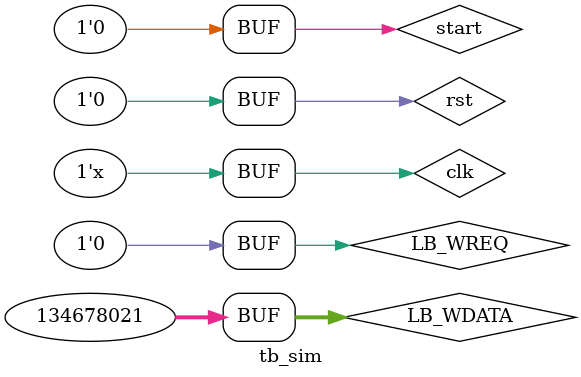
<source format=v>
`timescale 1ns / 1ps


module tb_sim(

    );
    


reg  clk =0;
reg  rst =0;
reg start = 0;

wire SPI_CS_O   ;
wire SPI_SCK_O  ;
wire SPI_DO_O   ;

reg [31:0] LB_WDATA =0;
reg LB_WREQ = 0;

always  #10 clk = ~clk ;



initial begin
    clk = 0;
    rst = 1;
    start = 0;
    #400;
    rst = 0;
    #2001;
    LB_WDATA = 32'h04030201; 
    LB_WREQ   = 1;
    #20;
    LB_WREQ   = 0;
    #200;
    LB_WREQ   = 1;
    LB_WDATA = 32'h08070605; 
    #20;
    LB_WREQ = 0;
    
    
    #4000;
    
    
    start = 1 ;
    #21;
    start = 0 ;



end

  
//正常指令 下发  800'h2330343035303030303038303031313030303030303030303030303030343434342f   34
//正常指令  回读 800'h2330343035303030313038303031313030303030303030303030303030343434342f   34

//获取中断状态 下发  800'h23303430313030303030303030343434342f   18
//获取中断状态 获取  800'h233034303130303031303430303030303030303030343434342f      26
//获取中断状态 获取  800'h233034303130303031303430303030303030303030343434342f      26

    
spi_write_freqdiv_tri  
#(  . MAX_BYTE_NUM         ( 100   ),  //must >= 1
    . CLK_PERIOD_NS        ( 100   ),  //must >= 0
    . CSLOW_TO_CLKBEGIN_NS ( 10000 ),  //must >= 0
    . CLKEND_TO_CSHIGH_NS  ( 10000 ),  //must >= 0
    . CSHIGH_TO_BUSYLOW_NS ( 10000 )   //must >= 0
)

spi_write_freqdiv_tri_u
( 
.RST_I            (rst),//[0:0]    ###  同步高复位                                            ###                                                      
.CLK_I            (clk),//[0:0]    ###  时钟                                                  ###         
.CMD_I            (0),//[2:0]    ###  模式 0:【单次写】;1:【自动连续写】;2:【外部连续写】   ###     
.PDATA_I          (800'h233034303130303031303430303030303030303030343434342f),//参数决定 ###  从右往左DATA_BYTE_NUM_I个字节有效,有效部分先发高字节  ###                                                     
.DATA_BYTE_NUM_I  (26),//[7:0]    ###  有参数保护;外部连续写时,该值每轮都有效                ###   1 <= VALUE <=255                             
.ROUND_NUM_I      (1),//[15:0]   ###  有参数保护;仅用于【自动连续写】                       ###   1 <= VALUE <=65535                           
.START_I          (start),//[0:0]    ###  触发模块;内部会检测上沿                               ###                                                      
.BUSY_O           (),//[0:0]    ###  模块忙信号                                            ###
.SPI_CS_O         (SPI_CS_O   ),//[0:0]    ###  SPI接口信号                                           ###
.SPI_SCK_O        (SPI_SCK_O  ),//[0:0]    ###  SPI接口信号                                           ###
.SPI_DO_O         (SPI_DO_O   ),//[0:0]    ###  SPI接口信号                                           ###
.DIV              (10),//[9:0]    ###  SPI_SCK相对于CLK_I的分频值; 按需赋常数即可            ###   2 <= VALUE <=1023                            
.POL              (0),//[0:0]    ###  SPI模式选择位; 按需赋常数即可                         ###   0或1
.PHA              (1) //[0:0]    ###  SPI模式选择位; 按需赋常数即可                         ###   0或1
 
);
    
    
//23  3034  30353030  3030  30383030  30303030303030303030303030303030  34343434   2f
//23  04    0500      00    0800      0000000000000000                  4444       2f  
    
spi_slave_pg8s_pro   

spi_slave_pg8s_pro_u(
 
. S_AXI_ACLK   (clk) ,
 .M_AXI_ACLK   (clk),
. M_AXI_ARESETN(~rst),
 .S_AXI_ARESETN(~rst),
 
 
 
. LB_WADDR    (16'h001c) ,
. LB_WDATA    (LB_WDATA  ),
. LB_WREQ     (LB_WREQ   ),
. LB_WSTRB    (32'hffffffff), 
. LB_RADDR    (0),
. LB_RREQ     (0),
. LB_RDATA    (),
. LB_RFINISH  (),


.SPI_SCK_I    (SPI_SCK_O  ),
.SPI_CS_I     (SPI_CS_O ),
.SPI_SDO_I    (SPI_DO_O  ),
.SPI_SDI_O    (),

.INTERRUPT_O  ()



    );
    
 
   
    
    
    
endmodule

</source>
